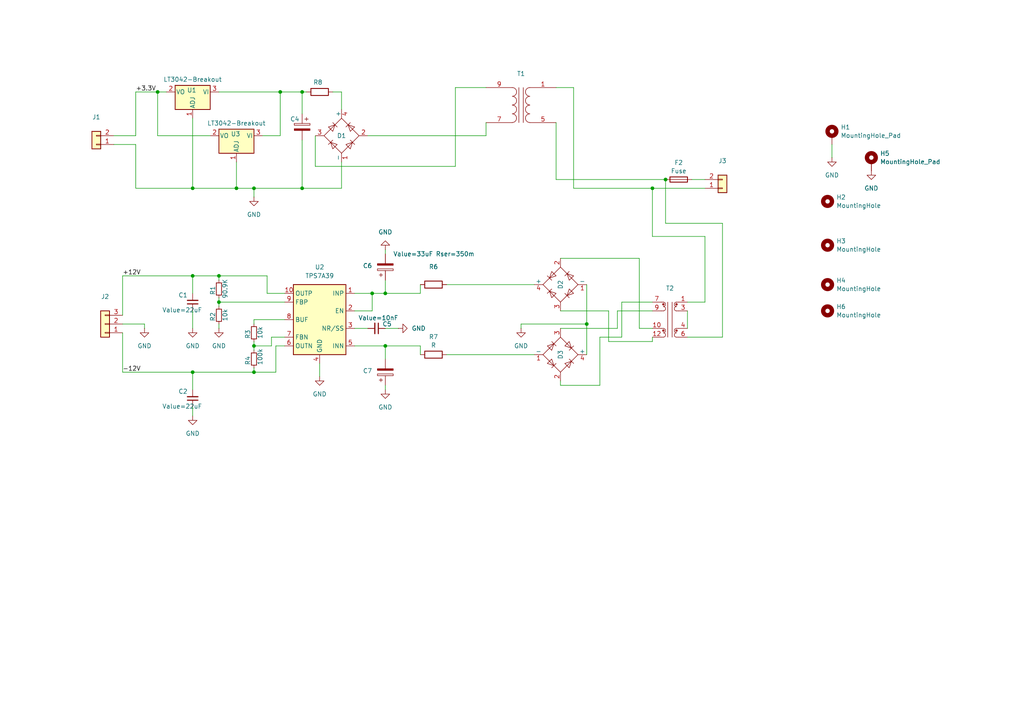
<source format=kicad_sch>
(kicad_sch (version 20250114) (generator "eeschema") (generator_version "9.0")
  (paper "A4")
  (lib_symbols
    (symbol "Connector_Generic:Conn_01x02" (pin_names (offset 1.016) (hide yes))
      (property "Reference" "J" (at 0 2.54 0))
      (property "Value" "Conn_01x02" (at 0 -5.08 0))
      (symbol "Conn_01x02_1_1"
        (rectangle (start -1.27 1.27) (end 1.27 -3.81) (stroke (width 0.254)) (fill (type background)))
        (rectangle (start -1.27 0.127) (end 0 -0.127) (stroke (width 0.1524)))
        (rectangle (start -1.27 -2.413) (end 0 -2.667) (stroke (width 0.1524)))
        (pin passive line (at -5.08 0 0) (length 3.81) (name "Pin_1") (number "1"))
        (pin passive line (at -5.08 -2.54 0) (length 3.81) (name "Pin_2") (number "2"))
      )
    )
    (symbol "Connector_Generic:Conn_01x03" (pin_names (offset 1.016) (hide yes))
      (property "Reference" "J" (at 0 5.08 0))
      (property "Value" "Conn_01x03" (at 0 -5.08 0))
      (symbol "Conn_01x03_1_1"
        (rectangle (start -1.27 3.81) (end 1.27 -3.81) (stroke (width 0.254)) (fill (type background)))
        (rectangle (start -1.27 2.667) (end 0 2.413) (stroke (width 0.1524)))
        (rectangle (start -1.27 0.127) (end 0 -0.127) (stroke (width 0.1524)))
        (rectangle (start -1.27 -2.413) (end 0 -2.667) (stroke (width 0.1524)))
        (pin passive line (at -5.08 2.54 0) (length 3.81) (name "Pin_1") (number "1"))
        (pin passive line (at -5.08 0 0) (length 3.81) (name "Pin_2") (number "2"))
        (pin passive line (at -5.08 -2.54 0) (length 3.81) (name "Pin_3") (number "3"))
      )
    )
    (symbol "Device:C_Polarized" (pin_numbers (hide yes)) (pin_names (offset 0.254))
      (property "Reference" "C" (at 0.635 2.54 0))
      (property "Value" "C_Polarized" (at 0.635 -2.54 0))
      (symbol "C_Polarized_0_1"
        (rectangle (start -2.286 0.508) (end 2.286 1.016))
        (polyline (pts (xy -1.778 2.286) (xy -0.762 2.286)))
        (polyline (pts (xy -1.27 2.794) (xy -1.27 1.778)))
        (rectangle (start 2.286 -0.508) (end -2.286 -1.016) (fill (type outline)))
      )
      (symbol "C_Polarized_1_1"
        (pin passive line (at 0 3.81 270) (length 2.794) (name "~") (number "1"))
        (pin passive line (at 0 -3.81 90) (length 2.794) (name "~") (number "2"))
      )
    )
    (symbol "Device:C_Small" (pin_numbers (hide yes)) (pin_names (offset 0.254) (hide yes))
      (property "Reference" "C" (at 0.254 1.778 0))
      (property "Value" "C_Small" (at 0.254 -2.032 0))
      (symbol "C_Small_0_1"
        (polyline (pts (xy -1.524 0.508) (xy 1.524 0.508)) (stroke (width 0.3048)))
        (polyline (pts (xy -1.524 -0.508) (xy 1.524 -0.508)) (stroke (width 0.3302)))
      )
      (symbol "C_Small_1_1"
        (pin passive line (at 0 2.54 270) (length 2.032) (name "~") (number "1"))
        (pin passive line (at 0 -2.54 90) (length 2.032) (name "~") (number "2"))
      )
    )
    (symbol "Device:Fuse" (pin_numbers (hide yes)) (pin_names (offset 0))
      (property "Reference" "F" (at 2.032 0 90))
      (property "Value" "Fuse" (at -1.905 0 90))
      (symbol "Fuse_0_1"
        (rectangle (start -0.762 -2.54) (end 0.762 2.54) (stroke (width 0.254)))
        (polyline (pts (xy 0 2.54) (xy 0 -2.54)))
      )
      (symbol "Fuse_1_1"
        (pin passive line (at 0 3.81 270) (length 1.27) (name "~") (number "1"))
        (pin passive line (at 0 -3.81 90) (length 1.27) (name "~") (number "2"))
      )
    )
    (symbol "Device:R" (pin_numbers (hide yes)) (pin_names (offset 0))
      (property "Reference" "R" (at 2.032 0 90))
      (property "Value" "R" (at 0 0 90))
      (symbol "R_0_1"
        (rectangle (start -1.016 -2.54) (end 1.016 2.54) (stroke (width 0.254)))
      )
      (symbol "R_1_1"
        (pin passive line (at 0 3.81 270) (length 1.27) (name "~") (number "1"))
        (pin passive line (at 0 -3.81 90) (length 1.27) (name "~") (number "2"))
      )
    )
    (symbol "Device:R_Small" (pin_numbers (hide yes)) (pin_names (offset 0.254) (hide yes))
      (property "Reference" "R" (at 0.762 0.508 0))
      (property "Value" "R_Small" (at 0.762 -1.016 0))
      (symbol "R_Small_0_1"
        (rectangle (start -0.762 1.778) (end 0.762 -1.778) (stroke (width 0.2032)))
      )
      (symbol "R_Small_1_1"
        (pin passive line (at 0 2.54 270) (length 0.762) (name "~") (number "1"))
        (pin passive line (at 0 -2.54 90) (length 0.762) (name "~") (number "2"))
      )
    )
    (symbol "Diode_Bridge:B80C3x00-2200A" (pin_names (offset 0))
      (property "Reference" "D" (at 2.54 6.985 0))
      (property "Value" "B80C3x00-2200A" (at 2.54 5.08 0))
      (symbol "B80C3x00-2200A_0_1"
        (polyline (pts (xy -5.08 0) (xy 0 -5.08) (xy 5.08 0) (xy 0 5.08) (xy -5.08 0)))
        (polyline (pts (xy -3.81 2.54) (xy -2.54 1.27) (xy -1.905 3.175) (xy -3.81 2.54)))
        (polyline (pts (xy -2.54 3.81) (xy -1.27 2.54)))
        (polyline (pts (xy -2.54 -1.27) (xy -3.81 -2.54) (xy -1.905 -3.175) (xy -2.54 -1.27)))
        (polyline (pts (xy -1.27 -2.54) (xy -2.54 -3.81)))
        (polyline (pts (xy 1.27 2.54) (xy 2.54 3.81) (xy 3.175 1.905) (xy 1.27 2.54)))
        (polyline (pts (xy 2.54 1.27) (xy 3.81 2.54)))
        (polyline (pts (xy 2.54 -1.27) (xy 3.81 -2.54)))
        (polyline (pts (xy 3.175 -1.905) (xy 1.27 -2.54) (xy 2.54 -3.81) (xy 3.175 -1.905)))
      )
      (symbol "B80C3x00-2200A_1_1"
        (pin passive line (at -7.62 0 0) (length 2.54) (name "-") (number "1"))
        (pin passive line (at 0 7.62 270) (length 2.54) (name "~") (number "2"))
        (pin passive line (at 0 -7.62 90) (length 2.54) (name "~") (number "3"))
        (pin passive line (at 7.62 0 180) (length 2.54) (name "+") (number "4"))
      )
    )
    (symbol "Mechanical:MountingHole" (pin_names (offset 1.016)) (exclude_from_sim yes) (in_bom no)
      (property "Reference" "H" (at 0 5.08 0))
      (property "Value" "MountingHole" (at 0 3.175 0))
      (symbol "MountingHole_0_1"
        (circle (center 0 0) (radius 1.27) (stroke (width 1.27)))
      )
    )
    (symbol "Mechanical:MountingHole_Pad" (pin_numbers (hide yes)) (pin_names (offset 1.016) (hide yes)) (exclude_from_sim yes) (in_bom no)
      (property "Reference" "H" (at 0 6.35 0))
      (property "Value" "MountingHole_Pad" (at 0 4.445 0))
      (symbol "MountingHole_Pad_0_1"
        (circle (center 0 1.27) (radius 1.27) (stroke (width 1.27)))
      )
      (symbol "MountingHole_Pad_1_1"
        (pin input line (at 0 -2.54 90) (length 2.54) (name "1") (number "1"))
      )
    )
    (symbol "MyDevice:Transformer_1P_1S" (pin_names (offset 1.016) (hide yes))
      (property "Reference" "T" (at 0 6.35 0))
      (property "Value" "Transformer_1P_1S" (at 0 -7.62 0))
      (symbol "Transformer_1P_1S_0_1"
        (arc (start -1.27 3.81) (mid -1.656 2.9336) (end -2.54 2.5654))
        (arc (start -1.27 1.27) (mid -1.656 0.3936) (end -2.54 0.0254))
        (arc (start -1.27 -1.27) (mid -1.656 -2.1464) (end -2.54 -2.5146))
        (arc (start -1.27 -3.81) (mid -1.656 -4.6864) (end -2.54 -5.0546))
        (arc (start -2.54 5.08) (mid -1.642 4.708) (end -1.27 3.81))
        (arc (start -2.54 2.54) (mid -1.642 2.168) (end -1.27 1.27))
        (arc (start -2.54 0) (mid -1.642 -0.372) (end -1.27 -1.27))
        (arc (start -2.54 -2.54) (mid -1.642 -2.912) (end -1.27 -3.81))
        (polyline (pts (xy -0.635 5.08) (xy -0.635 -5.08)))
        (polyline (pts (xy 0.635 -5.08) (xy 0.635 5.08)))
        (arc (start 1.2954 3.81) (mid 1.6457 4.7117) (end 2.54 5.08))
        (arc (start 1.2954 1.27) (mid 1.6457 2.1717) (end 2.54 2.54))
        (arc (start 1.2954 -1.27) (mid 1.6457 -0.3683) (end 2.54 0))
        (arc (start 2.54 2.5654) (mid 1.6599 2.9299) (end 1.2954 3.81))
        (arc (start 2.54 0.0254) (mid 1.6599 0.3899) (end 1.2954 1.27))
        (arc (start 2.54 -2.5146) (mid 1.6599 -2.1501) (end 1.2954 -1.27))
        (arc (start 1.3208 -3.81) (mid 1.6711 -2.9085) (end 2.5654 -2.54))
        (arc (start 2.5654 -5.0546) (mid 1.6851 -4.6902) (end 1.3208 -3.81))
      )
      (symbol "Transformer_1P_1S_1_1"
        (pin passive line (at -10.16 5.08 0) (length 7.62) (name "AA") (number "1"))
        (pin passive line (at -10.16 -5.08 0) (length 7.62) (name "AB") (number "5"))
        (pin passive line (at 10.16 5.08 180) (length 7.62) (name "SB") (number "9"))
        (pin passive line (at 10.16 -5.08 180) (length 7.62) (name "SA") (number "7"))
      )
    )
    (symbol "Regulator_Linear:LT1084-ADJ" (pin_names (offset 0.254))
      (property "Reference" "U" (at -3.81 3.175 0))
      (property "Value" "LT1084-ADJ" (at 0 3.175 0))
      (symbol "LT1084-ADJ_0_1"
        (rectangle (start -5.08 1.905) (end 5.08 -5.08) (stroke (width 0.254)) (fill (type background)))
      )
      (symbol "LT1084-ADJ_1_1"
        (pin power_in line (at -7.62 0 0) (length 2.54) (name "VI") (number "3"))
        (pin input line (at 0 -7.62 90) (length 2.54) (name "ADJ") (number "1"))
        (pin power_out line (at 7.62 0 180) (length 2.54) (name "VO") (number "2"))
      )
    )
    (symbol "Regulator_Linear:TPS7A39"
      (property "Reference" "U" (at 0 13.97 0))
      (property "Value" "TPS7A39" (at 0 11.43 0))
      (symbol "TPS7A39_1_1"
        (rectangle (start -7.62 10.16) (end 7.62 -10.16) (stroke (width 0.254)) (fill (type background)))
        (pin power_in line (at -10.16 7.62 0) (length 2.54) (name "INP") (number "1"))
        (pin input line (at -10.16 2.54 0) (length 2.54) (name "EN") (number "2"))
        (pin passive line (at -10.16 -2.54 0) (length 2.54) (name "NR/SS") (number "3"))
        (pin power_in line (at -10.16 -7.62 0) (length 2.54) (name "INN") (number "5"))
        (pin passive line (at 0 -12.7 90) (length 2.54) (hide yes) (name "GND") (number "11"))
        (pin power_in line (at 0 -12.7 90) (length 2.54) (name "GND") (number "4"))
        (pin power_out line (at 10.16 7.62 180) (length 2.54) (name "OUTP") (number "10"))
        (pin input line (at 10.16 5.08 180) (length 2.54) (name "FBP") (number "9"))
        (pin output line (at 10.16 0 180) (length 2.54) (name "BUF") (number "8"))
        (pin input line (at 10.16 -5.08 180) (length 2.54) (name "FBN") (number "7"))
        (pin power_out line (at 10.16 -7.62 180) (length 2.54) (name "OUTN") (number "6"))
      )
    )
    (symbol "Transformer:Triad_VPP16-310"
      (property "Reference" "TR" (at 0 12.7 0))
      (property "Value" "Triad_VPP16-310" (at 0 10.16 0))
      (symbol "Triad_VPP16-310_0_0"
        (pin passive line (at -5.08 5.08 0) (length 2.54) (name "~") (number "1"))
        (pin passive line (at -5.08 2.54 0) (length 2.54) (name "~") (number "3"))
        (pin passive line (at -5.08 -2.54 0) (length 2.54) (name "~") (number "4"))
        (pin passive line (at -5.08 -5.08 0) (length 2.54) (name "~") (number "6"))
        (pin passive line (at 5.08 5.08 180) (length 2.54) (name "~") (number "7"))
        (pin passive line (at 5.08 2.54 180) (length 2.54) (name "~") (number "9"))
        (pin passive line (at 5.08 -2.54 180) (length 2.54) (name "~") (number "10"))
        (pin passive line (at 5.08 -5.08 180) (length 2.54) (name "~") (number "12"))
      )
      (symbol "Triad_VPP16-310_0_1"
        (polyline (pts (xy -2.54 5.08) (xy -1.905 5.08)))
        (polyline (pts (xy -2.54 2.54) (xy -1.905 2.54)))
        (polyline (pts (xy -2.54 -2.54) (xy -1.905 -2.54)))
        (polyline (pts (xy -2.54 -5.08) (xy -1.905 -5.08)))
        (arc (start -1.905 5.08) (mid -1.27 4.445) (end -1.905 3.81))
        (arc (start -1.905 3.81) (mid -1.27 3.175) (end -1.905 2.54))
        (arc (start -1.905 -2.54) (mid -1.27 -3.175) (end -1.905 -3.81))
        (arc (start -1.905 -3.81) (mid -1.27 -4.445) (end -1.905 -5.08))
        (polyline (pts (xy -0.635 5.08) (xy -0.635 -5.08)))
        (polyline (pts (xy 0.635 5.08) (xy 0.635 -5.08)))
        (polyline (pts (xy 1.905 5.08) (xy 2.54 5.08)))
        (arc (start 1.905 3.81) (mid 1.27 4.445) (end 1.905 5.08))
        (arc (start 1.905 2.54) (mid 1.27 3.175) (end 1.905 3.81))
        (polyline (pts (xy 1.905 2.54) (xy 2.54 2.54)))
        (polyline (pts (xy 1.905 -2.54) (xy 2.54 -2.54)))
        (arc (start 1.905 -3.81) (mid 1.27 -3.175) (end 1.905 -2.54))
        (arc (start 1.905 -5.08) (mid 1.27 -4.445) (end 1.905 -3.81))
        (polyline (pts (xy 1.905 -5.08) (xy 2.54 -5.08)))
      )
      (symbol "Triad_VPP16-310_1_1"
        (circle (center -1.905 4.445) (radius 0.254) (fill (type outline)))
        (circle (center -1.905 -3.175) (radius 0.254) (fill (type outline)))
        (circle (center 1.905 4.445) (radius 0.254) (fill (type outline)))
        (circle (center 1.905 -3.175) (radius 0.254) (fill (type outline)))
      )
    )
    (symbol "power:GND" (power) (pin_numbers (hide yes)) (pin_names (offset 0) (hide yes))
      (property "Value" "GND" (at 0 -3.81 0))
      (symbol "GND_0_1"
        (polyline (pts (xy 0 0) (xy 0 -1.27) (xy 1.27 -1.27) (xy 0 -2.54) (xy -1.27 -1.27) (xy 0 -1.27)))
      )
      (symbol "GND_1_1"
        (pin power_in line (at 0 0 270) (length 0) (name "~") (number "1"))
      )
    )
  )
  (junction (at 111.76 100.33))
  (junction (at 55.88 80.01))
  (junction (at 193.04 52.07))
  (junction (at 170.18 93.98))
  (junction (at 55.88 54.61))
  (junction (at 68.58 54.61))
  (junction (at 63.5 80.01))
  (junction (at 81.28 26.67))
  (junction (at 107.95 85.09))
  (junction (at 87.63 54.61))
  (junction (at 55.88 107.95))
  (junction (at 73.66 100.33))
  (junction (at 73.66 54.61))
  (junction (at 73.66 107.95))
  (junction (at 45.72 26.67))
  (junction (at 63.5 87.63))
  (junction (at 87.63 26.67))
  (junction (at 111.76 85.09))
  (junction (at 189.23 54.61))
  (wire (pts (xy 41.91 93.98) (xy 41.91 95.25)))
  (wire (pts (xy 161.29 35.56) (xy 161.29 52.07)))
  (wire (pts (xy 81.28 26.67) (xy 87.63 26.67)))
  (wire (pts (xy 82.55 92.71) (xy 73.66 92.71)))
  (wire (pts (xy 45.72 26.67) (xy 48.26 26.67)))
  (wire (pts (xy 81.28 39.37) (xy 81.28 26.67)))
  (wire (pts (xy 162.56 111.76) (xy 162.56 110.49)))
  (wire (pts (xy 180.34 87.63) (xy 180.34 97.79)))
  (wire (pts (xy 106.68 95.25) (xy 102.87 95.25)))
  (wire (pts (xy 39.37 54.61) (xy 55.88 54.61)))
  (wire (pts (xy 111.76 113.03) (xy 111.76 111.76)))
  (wire (pts (xy 111.76 100.33) (xy 102.87 100.33)))
  (wire (pts (xy 162.56 74.93) (xy 185.42 74.93)))
  (wire (pts (xy 173.99 111.76) (xy 162.56 111.76)))
  (wire (pts (xy 76.2 39.37) (xy 81.28 39.37)))
  (wire (pts (xy 63.5 88.9) (xy 63.5 87.63)))
  (wire (pts (xy 185.42 95.25) (xy 189.23 95.25)))
  (wire (pts (xy 55.88 54.61) (xy 68.58 54.61)))
  (wire (pts (xy 78.74 97.79) (xy 78.74 100.33)))
  (wire (pts (xy 179.07 90.17) (xy 189.23 90.17)))
  (wire (pts (xy 63.5 86.36) (xy 63.5 87.63)))
  (wire (pts (xy 73.66 107.95) (xy 80.01 107.95)))
  (wire (pts (xy 91.44 48.26) (xy 132.08 48.26)))
  (wire (pts (xy 80.01 107.95) (xy 80.01 100.33)))
  (wire (pts (xy 176.53 99.06) (xy 189.23 99.06)))
  (wire (pts (xy 107.95 85.09) (xy 102.87 85.09)))
  (wire (pts (xy 176.53 90.17) (xy 176.53 99.06)))
  (wire (pts (xy 170.18 93.98) (xy 170.18 102.87)))
  (wire (pts (xy 73.66 101.6) (xy 73.66 100.33)))
  (wire (pts (xy 99.06 46.99) (xy 99.06 54.61)))
  (wire (pts (xy 185.42 74.93) (xy 185.42 95.25)))
  (wire (pts (xy 102.87 90.17) (xy 107.95 90.17)))
  (wire (pts (xy 63.5 80.01) (xy 55.88 80.01)))
  (wire (pts (xy 82.55 85.09) (xy 77.47 85.09)))
  (wire (pts (xy 87.63 26.67) (xy 88.9 26.67)))
  (wire (pts (xy 33.02 39.37) (xy 39.37 39.37)))
  (wire (pts (xy 209.55 64.77) (xy 193.04 64.77)))
  (wire (pts (xy 87.63 33.02) (xy 87.63 26.67)) (stroke (width 0.1524)))
  (wire (pts (xy 129.54 102.87) (xy 154.94 102.87)))
  (wire (pts (xy 129.54 82.55) (xy 154.94 82.55)))
  (wire (pts (xy 162.56 90.17) (xy 176.53 90.17)))
  (wire (pts (xy 132.08 25.4) (xy 140.97 25.4)))
  (wire (pts (xy 92.71 105.41) (xy 92.71 109.22)))
  (wire (pts (xy 99.06 31.75) (xy 99.06 26.67)))
  (wire (pts (xy 77.47 80.01) (xy 63.5 80.01)))
  (wire (pts (xy 68.58 54.61) (xy 73.66 54.61)))
  (wire (pts (xy 199.39 87.63) (xy 204.47 87.63)))
  (wire (pts (xy 204.47 87.63) (xy 204.47 68.58)))
  (wire (pts (xy 63.5 26.67) (xy 81.28 26.67)))
  (wire (pts (xy 73.66 107.95) (xy 55.88 107.95)))
  (wire (pts (xy 151.13 93.98) (xy 170.18 93.98)))
  (wire (pts (xy 39.37 39.37) (xy 39.37 26.67)))
  (wire (pts (xy 91.44 39.37) (xy 91.44 48.26)))
  (wire (pts (xy 111.76 73.66) (xy 111.76 72.39)))
  (wire (pts (xy 106.68 39.37) (xy 140.97 39.37)))
  (wire (pts (xy 173.99 97.79) (xy 173.99 111.76)))
  (wire (pts (xy 166.37 25.4) (xy 166.37 54.61)))
  (wire (pts (xy 140.97 39.37) (xy 140.97 35.56)))
  (wire (pts (xy 99.06 54.61) (xy 87.63 54.61)))
  (wire (pts (xy 173.99 97.79) (xy 180.34 97.79)))
  (wire (pts (xy 63.5 93.98) (xy 63.5 95.25)))
  (wire (pts (xy 179.07 95.25) (xy 179.07 90.17)))
  (wire (pts (xy 33.02 41.91) (xy 39.37 41.91)))
  (wire (pts (xy 35.56 93.98) (xy 41.91 93.98)))
  (wire (pts (xy 200.66 52.07) (xy 204.47 52.07)))
  (wire (pts (xy 132.08 25.4) (xy 132.08 48.26)))
  (wire (pts (xy 209.55 97.79) (xy 209.55 64.77)))
  (wire (pts (xy 35.56 80.01) (xy 35.56 91.44)))
  (wire (pts (xy 111.76 100.33) (xy 111.76 104.14)))
  (wire (pts (xy 55.88 107.95) (xy 55.88 113.03)))
  (wire (pts (xy 68.58 46.99) (xy 68.58 54.61)))
  (wire (pts (xy 189.23 54.61) (xy 189.23 68.58)))
  (wire (pts (xy 39.37 41.91) (xy 39.37 54.61)))
  (wire (pts (xy 162.56 95.25) (xy 179.07 95.25)))
  (wire (pts (xy 121.92 102.87) (xy 121.92 100.33)))
  (wire (pts (xy 55.88 95.25) (xy 55.88 90.17)))
  (wire (pts (xy 193.04 52.07) (xy 193.04 64.77)))
  (wire (pts (xy 39.37 26.67) (xy 45.72 26.67)))
  (wire (pts (xy 73.66 107.95) (xy 73.66 106.68)))
  (wire (pts (xy 78.74 100.33) (xy 73.66 100.33)))
  (wire (pts (xy 77.47 85.09) (xy 77.47 80.01)))
  (wire (pts (xy 241.3 41.91) (xy 241.3 45.72)))
  (wire (pts (xy 111.76 85.09) (xy 107.95 85.09)))
  (wire (pts (xy 96.52 26.67) (xy 99.06 26.67)))
  (wire (pts (xy 35.56 107.95) (xy 55.88 107.95)))
  (wire (pts (xy 166.37 54.61) (xy 189.23 54.61)))
  (wire (pts (xy 87.63 40.64) (xy 87.63 54.61)) (stroke (width 0.1524)))
  (wire (pts (xy 111.76 85.09) (xy 111.76 81.28)))
  (wire (pts (xy 87.63 54.61) (xy 73.66 54.61)))
  (wire (pts (xy 82.55 97.79) (xy 78.74 97.79)))
  (wire (pts (xy 121.92 85.09) (xy 111.76 85.09)))
  (wire (pts (xy 161.29 52.07) (xy 193.04 52.07)))
  (wire (pts (xy 121.92 82.55) (xy 121.92 85.09)))
  (wire (pts (xy 189.23 54.61) (xy 204.47 54.61)))
  (wire (pts (xy 151.13 95.25) (xy 151.13 93.98)))
  (wire (pts (xy 73.66 54.61) (xy 73.66 57.15)))
  (wire (pts (xy 199.39 90.17) (xy 199.39 95.25)))
  (wire (pts (xy 189.23 99.06) (xy 189.23 97.79)))
  (wire (pts (xy 199.39 97.79) (xy 209.55 97.79)))
  (wire (pts (xy 63.5 80.01) (xy 63.5 81.28)))
  (wire (pts (xy 107.95 90.17) (xy 107.95 85.09)))
  (wire (pts (xy 180.34 87.63) (xy 189.23 87.63)))
  (wire (pts (xy 55.88 80.01) (xy 55.88 85.09)))
  (wire (pts (xy 80.01 100.33) (xy 82.55 100.33)))
  (wire (pts (xy 121.92 100.33) (xy 111.76 100.33)))
  (wire (pts (xy 73.66 92.71) (xy 73.66 93.98)))
  (wire (pts (xy 35.56 80.01) (xy 55.88 80.01)))
  (wire (pts (xy 55.88 34.29) (xy 55.88 54.61)))
  (wire (pts (xy 55.88 120.65) (xy 55.88 118.11)))
  (wire (pts (xy 60.96 39.37) (xy 45.72 39.37)))
  (wire (pts (xy 204.47 68.58) (xy 189.23 68.58)))
  (wire (pts (xy 82.55 87.63) (xy 63.5 87.63)))
  (wire (pts (xy 45.72 39.37) (xy 45.72 26.67)))
  (wire (pts (xy 73.66 99.06) (xy 73.66 100.33)))
  (wire (pts (xy 166.37 25.4) (xy 161.29 25.4)))
  (wire (pts (xy 35.56 96.52) (xy 35.56 107.95)))
  (wire (pts (xy 115.57 95.25) (xy 111.76 95.25)))
  (wire (pts (xy 170.18 82.55) (xy 170.18 93.98)))
  (label "-12V" (at 35.56 107.95 0))
  (label "+3.3V" (at 39.37 26.67 0))
  (label "+12V" (at 35.56 80.01 0))
  (symbol (lib_id "Mechanical:MountingHole") (at 240.03 82.55 0) (unit 1) (exclude_from_sim yes) (in_bom no)
    (property "Reference" "H4" (at 242.57 81.3378 0) (effects (justify left)))
    (property "Value" "MountingHole" (at 242.57 83.7621 0) (effects (justify left)))
    (property "Footprint" "MountingHole:MountingHole_2.2mm_M2_Pad_Via" (effects (hide yes)))
    (property "Description" "Mounting Hole without connection" (effects (hide yes)))
  )
  (symbol (lib_id "power:GND") (at 73.66 57.15 0) (unit 1)
    (property "Reference" "#PWR04" (effects (hide yes)))
    (property "Value" "GND" (at 73.66 62.23 0))
    (property "Description" "Power symbol creates a global label with name \"GND\" , ground" (effects (hide yes)))
  )
  (symbol (lib_id "Device:R") (at 125.73 102.87 90) (unit 1)
    (property "Reference" "R7" (at 125.73 97.7095 90))
    (property "Value" "R" (at 125.73 100.1338 90))
    (property "Footprint" "Resistor_THT:R_Axial_DIN0411_L9.9mm_D3.6mm_P15.24mm_Horizontal" (effects (hide yes)))
    (property "Description" "Resistor" (effects (hide yes)))
  )
  (symbol (lib_id "Connector_Generic:Conn_01x03") (at 30.48 93.98 180) (unit 1)
    (property "Reference" "J2" (at 30.48 86.0255 0))
    (property "Value" "Conn_01x03" (effects (hide yes)))
    (property "Footprint" "TerminalBlock_Philmore:TerminalBlock_Philmore_TB133_1x03_P5.00mm_Horizontal" (effects (hide yes)))
    (property "Description" "Generic connector, single row, 01x03, script generated (kicad-library-utils/schlib/autogen/connector/)" (effects (hide yes)))
  )
  (symbol (lib_id "Device:C_Polarized") (at 111.76 77.47 0) (mirror x) (unit 1)
    (property "Reference" "C6" (at 107.95 77.0889 0) (effects (justify right)))
    (property "Value" "${SIM.PARAMS}" (at 137.668 73.66 0) (effects (justify right)))
    (property "Footprint" "Capacitor_Tantalum_SMD:CP_EIA-3528-21_Kemet-B_Pad1.50x2.35mm_HandSolder" (effects (hide yes)))
    (property "Description" "Polarized capacitor" (effects (hide yes)))
    (property "Sim.Device" "SUBCKT" (effects (hide yes)))
    (property "Sim.Params" "Value=33uF Rser=350m" (effects (hide yes)))
    (property "Sim.Pins" "1=1 2=2" (effects (hide yes)))
    (property "Sim.Library" "inductor.lib" (effects (hide yes)))
    (property "Sim.Name" "real_cap" (effects (hide yes)))
    (property "Mouser" "https://www.mouser.fr/ProductDetail/581-TPSB336M016R0350" (effects (hide yes)))
  )
  (symbol (lib_id "Regulator_Linear:LT1084-ADJ") (at 55.88 26.67 0) (mirror y) (unit 1)
    (property "Reference" "U1" (at 55.626 26.162 0))
    (property "Value" "LT3042-Breakout" (at 55.88 23.0448 0))
    (property "Footprint" "Package_TO_SOT_THT:TO-220-3_Vertical" (effects (hide yes)))
  )
  (symbol (lib_id "power:GND") (at 111.76 113.03 0) (mirror y) (unit 1)
    (property "Reference" "#PWR07" (effects (hide yes)))
    (property "Value" "GND" (at 111.76 118.11 0))
    (property "Description" "Power symbol creates a global label with name \"GND\" , ground" (effects (hide yes)))
  )
  (symbol (lib_id "Mechanical:MountingHole") (at 240.03 58.42 0) (unit 1) (exclude_from_sim yes) (in_bom no)
    (property "Reference" "H2" (at 242.57 57.2078 0) (effects (justify left)))
    (property "Value" "MountingHole" (at 242.57 59.6321 0) (effects (justify left)))
    (property "Footprint" "MountingHole:MountingHole_2.2mm_M2" (effects (hide yes)))
    (property "Description" "Mounting Hole without connection" (effects (hide yes)))
  )
  (symbol (lib_id "power:GND") (at 115.57 95.25 90) (mirror x) (unit 1)
    (property "Reference" "#PWR08" (effects (hide yes)))
    (property "Value" "GND" (at 119.38 95.2499 90) (effects (justify right)))
    (property "Description" "Power symbol creates a global label with name \"GND\" , ground" (effects (hide yes)))
  )
  (symbol (lib_id "Diode_Bridge:B80C3x00-2200A") (at 162.56 82.55 0) (mirror y) (unit 1)
    (property "Reference" "D2" (at 162.56 82.55 90))
    (property "Value" "B80C3x00-2200A" (effects (hide yes)))
    (property "Footprint" "MyLibrary:diode_bridge_round" (effects (hide yes)))
    (property "Datasheet" "https://diotec.com/tl_files/diotec/files/pdf/datasheets/b40c3700" (effects (hide yes)))
    (property "Description" "Silicon Bridge Rectifier, 80V Vrms, 2.2A If, pins=-AA+, SIL-package" (effects (hide yes)))
  )
  (symbol (lib_id "Device:C_Small") (at 55.88 87.63 0) (mirror x) (unit 1)
    (property "Reference" "C1" (at 53.086 85.598 0))
    (property "Value" "${SIM.PARAMS}" (at 52.832 89.916 0))
    (property "Footprint" "Capacitor_SMD:C_1206_3216Metric_Pad1.33x1.80mm_HandSolder" (effects (hide yes)))
    (property "Description" "Unpolarized capacitor, small symbol" (effects (hide yes)))
    (property "Sim.Device" "SUBCKT" (effects (hide yes)))
    (property "Sim.Params" "Value=22uF" (effects (hide yes)))
    (property "Sim.Pins" "1=1 2=2" (effects (hide yes)))
    (property "Sim.Library" "inductor.lib" (effects (hide yes)))
    (property "Sim.Name" "real_cap" (effects (hide yes)))
  )
  (symbol (lib_id "Device:C_Polarized") (at 87.63 36.83 0) (mirror y) (unit 1)
    (property "Reference" "C4" (at 86.868 34.544 0) (effects (justify left)))
    (property "Value" "2200uF/40v" (effects (hide yes)))
    (property "Footprint" "Capacitor_THT:CP_Radial_D13.0mm_P5.00mm" (effects (hide yes)))
    (property "Description" "Polarized capacitor" (effects (hide yes)))
  )
  (symbol (lib_id "Mechanical:MountingHole_Pad") (at 241.3 39.37 0) (unit 1) (exclude_from_sim yes) (in_bom no)
    (property "Reference" "H1" (at 243.84 36.8878 0) (effects (justify left)))
    (property "Value" "MountingHole_Pad" (at 243.84 39.3121 0) (effects (justify left)))
    (property "Footprint" "MountingHole:MountingHole_2.2mm_M2_Pad_Via" (effects (hide yes)))
    (property "Description" "Mounting Hole with connection" (effects (hide yes)))
  )
  (symbol (lib_id "Device:R_Small") (at 73.66 96.52 0) (mirror y) (unit 1)
    (property "Reference" "R3" (at 71.882 98.298 90) (effects (justify left)))
    (property "Value" "10k" (at 75.438 98.298 90) (effects (justify left)))
    (property "Footprint" "Resistor_SMD:R_0603_1608Metric_Pad0.98x0.95mm_HandSolder" (effects (hide yes)))
    (property "Description" "Resistor, small symbol" (effects (hide yes)))
  )
  (symbol (lib_id "power:GND") (at 41.91 95.25 0) (mirror y) (unit 1)
    (property "Reference" "#PWR010" (effects (hide yes)))
    (property "Value" "GND" (at 41.91 100.33 0))
    (property "Description" "Power symbol creates a global label with name \"GND\" , ground" (effects (hide yes)))
  )
  (symbol (lib_id "power:GND") (at 92.71 109.22 0) (mirror y) (unit 1)
    (property "Reference" "#PWR05" (effects (hide yes)))
    (property "Value" "GND" (at 92.71 114.3 0))
    (property "Description" "Power symbol creates a global label with name \"GND\" , ground" (effects (hide yes)))
  )
  (symbol (lib_id "Device:C_Small") (at 109.22 95.25 270) (mirror x) (unit 1)
    (property "Reference" "C5" (at 112.268 93.98 90))
    (property "Value" "${SIM.PARAMS}" (at 109.728 92.202 90))
    (property "Footprint" "Capacitor_SMD:C_0603_1608Metric_Pad1.08x0.95mm_HandSolder" (effects (hide yes)))
    (property "Description" "Unpolarized capacitor, small symbol" (effects (hide yes)))
    (property "Sim.Device" "SUBCKT" (effects (hide yes)))
    (property "Sim.Params" "Value=10nF" (effects (hide yes)))
    (property "Sim.Pins" "1=1 2=2" (effects (hide yes)))
    (property "Sim.Library" "inductor.lib" (effects (hide yes)))
    (property "Sim.Name" "real_cap" (effects (hide yes)))
  )
  (symbol (lib_id "power:GND") (at 111.76 72.39 0) (mirror x) (unit 1)
    (property "Reference" "#PWR06" (effects (hide yes)))
    (property "Value" "GND" (at 111.76 67.31 0))
    (property "Description" "Power symbol creates a global label with name \"GND\" , ground" (effects (hide yes)))
  )
  (symbol (lib_id "Transformer:Triad_VPP16-310") (at 194.31 92.71 0) (mirror y) (unit 1)
    (property "Reference" "T2" (at 194.31 83.6125 0))
    (property "Value" "Murata_PL10-28-130B" (effects (hide yes)))
    (property "Footprint" "MyLibrary:Transformer_Murata_PL10-28-130B" (effects (hide yes)))
  )
  (symbol (lib_id "Regulator_Linear:LT1084-ADJ") (at 68.58 39.37 0) (mirror y) (unit 1)
    (property "Reference" "U3" (at 68.326 38.862 0))
    (property "Value" "LT3042-Breakout" (at 68.58 35.7448 0))
    (property "Footprint" "Package_TO_SOT_THT:TO-220-3_Vertical" (effects (hide yes)))
  )
  (symbol (lib_id "power:GND") (at 63.5 95.25 0) (mirror y) (unit 1)
    (property "Reference" "#PWR03" (effects (hide yes)))
    (property "Value" "GND" (at 63.5 100.33 0))
    (property "Description" "Power symbol creates a global label with name \"GND\" , ground" (effects (hide yes)))
  )
  (symbol (lib_id "Device:C_Small") (at 55.88 115.57 0) (mirror x) (unit 1)
    (property "Reference" "C2" (at 53.086 113.538 0))
    (property "Value" "${SIM.PARAMS}" (at 52.832 117.856 0))
    (property "Footprint" "Capacitor_SMD:C_1206_3216Metric_Pad1.33x1.80mm_HandSolder" (effects (hide yes)))
    (property "Description" "Unpolarized capacitor, small symbol" (effects (hide yes)))
    (property "Sim.Device" "SUBCKT" (effects (hide yes)))
    (property "Sim.Params" "Value=22uF" (effects (hide yes)))
    (property "Sim.Pins" "1=1 2=2" (effects (hide yes)))
    (property "Sim.Library" "inductor.lib" (effects (hide yes)))
    (property "Sim.Name" "real_cap" (effects (hide yes)))
  )
  (symbol (lib_id "Diode_Bridge:B80C3x00-2200A") (at 162.56 102.87 0) (mirror x) (unit 1)
    (property "Reference" "D3" (at 162.56 102.87 90))
    (property "Value" "B80C3x00-2200A" (effects (hide yes)))
    (property "Footprint" "MyLibrary:diode_bridge_round" (effects (hide yes)))
    (property "Datasheet" "https://diotec.com/tl_files/diotec/files/pdf/datasheets/b40c3700" (effects (hide yes)))
    (property "Description" "Silicon Bridge Rectifier, 80V Vrms, 2.2A If, pins=-AA+, SIL-package" (effects (hide yes)))
  )
  (symbol (lib_id "Device:R_Small") (at 63.5 83.82 0) (mirror y) (unit 1)
    (property "Reference" "R1" (at 61.722 85.598 90) (effects (justify left)))
    (property "Value" "90.9K" (at 65.278 86.614 90) (effects (justify left)))
    (property "Footprint" "Resistor_SMD:R_0603_1608Metric_Pad0.98x0.95mm_HandSolder" (effects (hide yes)))
    (property "Description" "Resistor, small symbol" (effects (hide yes)))
  )
  (symbol (lib_id "power:GND") (at 151.13 95.25 0) (mirror y) (unit 1)
    (property "Reference" "#PWR09" (effects (hide yes)))
    (property "Value" "GND" (at 151.13 100.33 0))
    (property "Description" "Power symbol creates a global label with name \"GND\" , ground" (effects (hide yes)))
  )
  (symbol (lib_id "Device:R_Small") (at 73.66 104.14 0) (mirror y) (unit 1)
    (property "Reference" "R4" (at 71.882 105.918 90) (effects (justify left)))
    (property "Value" "100k" (at 75.438 105.918 90) (effects (justify left)))
    (property "Footprint" "Resistor_SMD:R_0603_1608Metric_Pad0.98x0.95mm_HandSolder" (effects (hide yes)))
    (property "Description" "Resistor, small symbol" (effects (hide yes)))
  )
  (symbol (lib_id "MyDevice:Transformer_1P_1S") (at 151.13 30.48 0) (mirror y) (unit 1)
    (property "Reference" "T1" (at 151.1173 21.3824 0))
    (property "Value" "Transformer_1P_1S" (effects (hide yes)))
    (property "Footprint" "MyLibrary:Transformer_Breve_TEZ-35x42_crni_6v_3.va" (effects (hide yes)))
    (property "Description" "Transformer, single primary, single secondary" (effects (hide yes)))
  )
  (symbol (lib_id "Diode_Bridge:B80C3x00-2200A") (at 99.06 39.37 270) (mirror x) (unit 1)
    (property "Reference" "D1" (at 99.06 39.37 90))
    (property "Value" "B80C3x00-2200A" (effects (hide yes)))
    (property "Footprint" "MyLibrary:diode_bridge_round" (effects (hide yes)))
    (property "Datasheet" "https://diotec.com/tl_files/diotec/files/pdf/datasheets/b40c3700" (effects (hide yes)))
    (property "Description" "Silicon Bridge Rectifier, 80V Vrms, 2.2A If, pins=-AA+, SIL-package" (effects (hide yes)))
  )
  (symbol (lib_id "Device:Fuse") (at 196.85 52.07 90) (unit 1)
    (property "Reference" "F2" (at 196.85 47.1635 90))
    (property "Value" "Fuse" (at 196.85 49.5878 90))
    (property "Footprint" "MyLibrary:SH22,5A" (effects (hide yes)))
    (property "Description" "Fuse" (effects (hide yes)))
  )
  (symbol (lib_id "Connector_Generic:Conn_01x02") (at 27.94 41.91 180) (unit 1)
    (property "Reference" "J1" (at 27.94 33.9555 0))
    (property "Value" "DC Out" (effects (hide yes)))
    (property "Footprint" "TerminalBlock_Philmore:TerminalBlock_Philmore_TB132_1x02_P5.00mm_Horizontal" (effects (hide yes)))
    (property "Description" "Generic connector, single row, 01x02, script generated (kicad-library-utils/schlib/autogen/connector/)" (effects (hide yes)))
  )
  (symbol (lib_id "Device:R") (at 92.71 26.67 270) (mirror x) (unit 1)
    (property "Reference" "R8" (at 92.202 23.876 90))
    (property "Value" "2.2" (effects (hide yes)))
    (property "Footprint" "Resistor_THT:R_Axial_DIN0411_L9.9mm_D3.6mm_P15.24mm_Horizontal" (effects (hide yes)))
    (property "Description" "Resistor" (effects (hide yes)))
  )
  (symbol (lib_id "Device:R_Small") (at 63.5 91.44 0) (mirror y) (unit 1)
    (property "Reference" "R2" (at 61.722 93.218 90) (effects (justify left)))
    (property "Value" "10k" (at 65.278 93.218 90) (effects (justify left)))
    (property "Footprint" "Resistor_SMD:R_0603_1608Metric_Pad0.98x0.95mm_HandSolder" (effects (hide yes)))
    (property "Description" "Resistor, small symbol" (effects (hide yes)))
  )
  (symbol (lib_id "power:GND") (at 241.3 45.72 0) (mirror y) (unit 1)
    (property "Reference" "#PWR011" (effects (hide yes)))
    (property "Value" "GND" (at 241.3 50.8 0))
    (property "Description" "Power symbol creates a global label with name \"GND\" , ground" (effects (hide yes)))
  )
  (symbol (lib_id "Mechanical:MountingHole") (at 240.03 71.12 0) (unit 1) (exclude_from_sim yes) (in_bom no)
    (property "Reference" "H3" (at 242.57 69.9078 0) (effects (justify left)))
    (property "Value" "MountingHole" (at 242.57 72.3321 0) (effects (justify left)))
    (property "Footprint" "MountingHole:MountingHole_2.2mm_M2" (effects (hide yes)))
    (property "Description" "Mounting Hole without connection" (effects (hide yes)))
  )
  (symbol (lib_id "Regulator_Linear:TPS7A39") (at 92.71 92.71 0) (mirror y) (unit 1) (exclude_from_sim yes)
    (property "Reference" "U2" (at 92.71 77.47 0))
    (property "Value" "TPS7A39" (at 92.71 80.01 0))
    (property "Footprint" "Package_SON:Texas_S-PVSON-N10_ThermalVias" (effects (hide yes)))
    (property "Datasheet" "https://www.ti.com/lit/ds/symlink/tps7a39.pdf" (effects (hide yes)))
    (property "Description" "Dual, 150-mA, +/-3.3V to +/-33V Input, +1.2V to +30V and -30V to 0V Output, Wide VIN Positive and Negative LDO Voltage Regulator, 3x3mm WSON-10 package" (effects (hide yes)))
    (property "Sim.Library" "/home/jeandet/Downloads/sbvm712a/TPS7A3901_TRANS.LIB" (effects (hide yes)))
    (property "Sim.Name" "TPS7A3901_TOP_TRANS" (effects (hide yes)))
    (property "Sim.Device" "SUBCKT" (effects (hide yes)))
    (property "Sim.Pins" "1=INP 2=EN 3=NR/SS 4=GND 5=INN 6=OUTN 7=FBN 8=BUF 9=FBP 10=OUTP 11=PAD" (effects (hide yes)))
  )
  (symbol (lib_id "Connector_Generic:Conn_01x02") (at 209.55 54.61 0) (mirror x) (unit 1)
    (property "Reference" "J3" (at 209.55 46.6555 0))
    (property "Value" "DC Out" (effects (hide yes)))
    (property "Footprint" "TerminalBlock_Philmore:TerminalBlock_Philmore_TB132_1x02_P5.00mm_Horizontal" (effects (hide yes)))
    (property "Description" "Generic connector, single row, 01x02, script generated (kicad-library-utils/schlib/autogen/connector/)" (effects (hide yes)))
  )
  (symbol (lib_id "Device:C_Polarized") (at 111.76 107.95 0) (mirror x) (unit 1)
    (property "Reference" "C7" (at 107.95 107.5689 0) (effects (justify right)))
    (property "Value" "${SIM.PARAMS}" (effects (hide yes)))
    (property "Footprint" "Capacitor_Tantalum_SMD:CP_EIA-3528-21_Kemet-B_Pad1.50x2.35mm_HandSolder" (effects (hide yes)))
    (property "Description" "Polarized capacitor" (effects (hide yes)))
    (property "Sim.Device" "SUBCKT" (effects (hide yes)))
    (property "Sim.Params" "Value=33uF Rser=350m" (effects (hide yes)))
    (property "Sim.Pins" "1=1 2=2" (effects (hide yes)))
    (property "Sim.Library" "inductor.lib" (effects (hide yes)))
    (property "Sim.Name" "real_cap" (effects (hide yes)))
    (property "Mouser" "https://www.mouser.fr/ProductDetail/581-TPSB336M016R0350" (effects (hide yes)))
  )
  (symbol (lib_id "power:GND") (at 55.88 120.65 0) (mirror y) (unit 1)
    (property "Reference" "#PWR02" (effects (hide yes)))
    (property "Value" "GND" (at 55.88 125.73 0))
    (property "Description" "Power symbol creates a global label with name \"GND\" , ground" (effects (hide yes)))
  )
  (symbol (lib_id "Mechanical:MountingHole") (at 240.03 90.17 0) (unit 1) (exclude_from_sim yes) (in_bom no)
    (property "Reference" "H6" (at 242.57 88.9578 0) (effects (justify left)))
    (property "Value" "MountingHole" (at 242.57 91.3821 0) (effects (justify left)))
    (property "Footprint" "MountingHole:MountingHole_2.2mm_M2" (effects (hide yes)))
    (property "Description" "Mounting Hole without connection" (effects (hide yes)))
  )
  (symbol (lib_id "power:GND") (at 55.88 95.25 0) (mirror y) (unit 1)
    (property "Reference" "#PWR01" (effects (hide yes)))
    (property "Value" "GND" (at 55.88 100.33 0))
    (property "Description" "Power symbol creates a global label with name \"GND\" , ground" (effects (hide yes)))
  )
  (symbol (lib_id "Device:R") (at 125.73 82.55 90) (unit 1)
    (property "Reference" "R6" (at 125.73 77.3895 90))
    (property "Value" "R" (effects (hide yes)))
    (property "Footprint" "Resistor_THT:R_Axial_DIN0411_L9.9mm_D3.6mm_P15.24mm_Horizontal" (effects (hide yes)))
    (property "Description" "Resistor" (effects (hide yes)))
  )
  (symbol (lib_id "power:GND") (at 252.73 49.53 0) (mirror y) (unit 1)
    (property "Reference" "#PWR012" (effects (hide yes)))
    (property "Value" "GND" (at 252.73 54.61 0))
    (property "Description" "Power symbol creates a global label with name \"GND\" , ground" (effects (hide yes)))
  )
  (symbol (lib_id "Mechanical:MountingHole_Pad") (at 252.73 46.99 0) (unit 1) (exclude_from_sim yes) (in_bom no)
    (property "Reference" "H5" (at 255.27 44.5078 0) (effects (justify left)))
    (property "Value" "MountingHole_Pad" (at 255.27 46.9321 0) (effects (justify left)))
    (property "Footprint" "MountingHole:MountingHole_2.2mm_M2_Pad_Via" (effects (hide yes)))
    (property "Description" "Mounting Hole with connection" (effects (hide yes)))
  )
)
</source>
